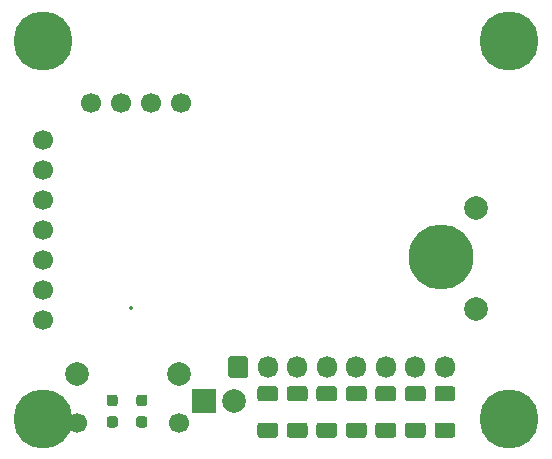
<source format=gbr>
%TF.GenerationSoftware,KiCad,Pcbnew,(5.1.9-0-10_14)*%
%TF.CreationDate,2021-05-23T10:21:30+01:00*%
%TF.ProjectId,EnvMon,456e764d-6f6e-42e6-9b69-6361645f7063,2*%
%TF.SameCoordinates,Original*%
%TF.FileFunction,Soldermask,Bot*%
%TF.FilePolarity,Negative*%
%FSLAX46Y46*%
G04 Gerber Fmt 4.6, Leading zero omitted, Abs format (unit mm)*
G04 Created by KiCad (PCBNEW (5.1.9-0-10_14)) date 2021-05-23 10:21:30*
%MOMM*%
%LPD*%
G01*
G04 APERTURE LIST*
%ADD10C,5.500000*%
%ADD11C,0.350000*%
%ADD12C,2.000000*%
%ADD13R,2.000000X2.000000*%
%ADD14C,1.700000*%
%ADD15C,5.000000*%
%ADD16O,1.700000X1.850000*%
G04 APERTURE END LIST*
%TO.C,R2*%
G36*
G01*
X98147499Y-97299999D02*
X98622499Y-97299999D01*
G75*
G02*
X98859999Y-97537499I0J-237500D01*
G01*
X98859999Y-98037499D01*
G75*
G02*
X98622499Y-98274999I-237500J0D01*
G01*
X98147499Y-98274999D01*
G75*
G02*
X97909999Y-98037499I0J237500D01*
G01*
X97909999Y-97537499D01*
G75*
G02*
X98147499Y-97299999I237500J0D01*
G01*
G37*
G36*
G01*
X98147499Y-95474999D02*
X98622499Y-95474999D01*
G75*
G02*
X98859999Y-95712499I0J-237500D01*
G01*
X98859999Y-96212499D01*
G75*
G02*
X98622499Y-96449999I-237500J0D01*
G01*
X98147499Y-96449999D01*
G75*
G02*
X97909999Y-96212499I0J237500D01*
G01*
X97909999Y-95712499D01*
G75*
G02*
X98147499Y-95474999I237500J0D01*
G01*
G37*
%TD*%
%TO.C,R1*%
G36*
G01*
X100657499Y-97299999D02*
X101132499Y-97299999D01*
G75*
G02*
X101369999Y-97537499I0J-237500D01*
G01*
X101369999Y-98037499D01*
G75*
G02*
X101132499Y-98274999I-237500J0D01*
G01*
X100657499Y-98274999D01*
G75*
G02*
X100419999Y-98037499I0J237500D01*
G01*
X100419999Y-97537499D01*
G75*
G02*
X100657499Y-97299999I237500J0D01*
G01*
G37*
G36*
G01*
X100657499Y-95474999D02*
X101132499Y-95474999D01*
G75*
G02*
X101369999Y-95712499I0J-237500D01*
G01*
X101369999Y-96212499D01*
G75*
G02*
X101132499Y-96449999I-237500J0D01*
G01*
X100657499Y-96449999D01*
G75*
G02*
X100419999Y-96212499I0J237500D01*
G01*
X100419999Y-95712499D01*
G75*
G02*
X100657499Y-95474999I237500J0D01*
G01*
G37*
%TD*%
D10*
%TO.C,Logo3*%
X126200000Y-83800000D03*
%TD*%
D11*
%TO.C,U1*%
X99975000Y-88125000D03*
%TD*%
D12*
%TO.C,J2*%
X108740000Y-96000000D03*
D13*
X106200000Y-96000000D03*
%TD*%
D12*
%TO.C,M3*%
X129200000Y-79700000D03*
X129200000Y-88200000D03*
D14*
X104220000Y-70800000D03*
X101680000Y-70800000D03*
X99140000Y-70800000D03*
X96600000Y-70800000D03*
%TD*%
D15*
%TO.C,M2*%
X92500000Y-65500000D03*
X92500000Y-97500000D03*
X132000000Y-97500000D03*
X132000000Y-65500000D03*
D14*
X92500000Y-89120000D03*
X92500000Y-86580000D03*
X92500000Y-84040000D03*
X92500000Y-81500000D03*
X92500000Y-78960000D03*
X92500000Y-76420000D03*
X92500000Y-73880000D03*
%TD*%
%TO.C,R9*%
G36*
G01*
X125925000Y-97850000D02*
X127175000Y-97850000D01*
G75*
G02*
X127425000Y-98100000I0J-250000D01*
G01*
X127425000Y-98900000D01*
G75*
G02*
X127175000Y-99150000I-250000J0D01*
G01*
X125925000Y-99150000D01*
G75*
G02*
X125675000Y-98900000I0J250000D01*
G01*
X125675000Y-98100000D01*
G75*
G02*
X125925000Y-97850000I250000J0D01*
G01*
G37*
G36*
G01*
X125925000Y-94750000D02*
X127175000Y-94750000D01*
G75*
G02*
X127425000Y-95000000I0J-250000D01*
G01*
X127425000Y-95800000D01*
G75*
G02*
X127175000Y-96050000I-250000J0D01*
G01*
X125925000Y-96050000D01*
G75*
G02*
X125675000Y-95800000I0J250000D01*
G01*
X125675000Y-95000000D01*
G75*
G02*
X125925000Y-94750000I250000J0D01*
G01*
G37*
%TD*%
%TO.C,R8*%
G36*
G01*
X123425000Y-97850000D02*
X124675000Y-97850000D01*
G75*
G02*
X124925000Y-98100000I0J-250000D01*
G01*
X124925000Y-98900000D01*
G75*
G02*
X124675000Y-99150000I-250000J0D01*
G01*
X123425000Y-99150000D01*
G75*
G02*
X123175000Y-98900000I0J250000D01*
G01*
X123175000Y-98100000D01*
G75*
G02*
X123425000Y-97850000I250000J0D01*
G01*
G37*
G36*
G01*
X123425000Y-94750000D02*
X124675000Y-94750000D01*
G75*
G02*
X124925000Y-95000000I0J-250000D01*
G01*
X124925000Y-95800000D01*
G75*
G02*
X124675000Y-96050000I-250000J0D01*
G01*
X123425000Y-96050000D01*
G75*
G02*
X123175000Y-95800000I0J250000D01*
G01*
X123175000Y-95000000D01*
G75*
G02*
X123425000Y-94750000I250000J0D01*
G01*
G37*
%TD*%
%TO.C,R7*%
G36*
G01*
X120925000Y-97850000D02*
X122175000Y-97850000D01*
G75*
G02*
X122425000Y-98100000I0J-250000D01*
G01*
X122425000Y-98900000D01*
G75*
G02*
X122175000Y-99150000I-250000J0D01*
G01*
X120925000Y-99150000D01*
G75*
G02*
X120675000Y-98900000I0J250000D01*
G01*
X120675000Y-98100000D01*
G75*
G02*
X120925000Y-97850000I250000J0D01*
G01*
G37*
G36*
G01*
X120925000Y-94750000D02*
X122175000Y-94750000D01*
G75*
G02*
X122425000Y-95000000I0J-250000D01*
G01*
X122425000Y-95800000D01*
G75*
G02*
X122175000Y-96050000I-250000J0D01*
G01*
X120925000Y-96050000D01*
G75*
G02*
X120675000Y-95800000I0J250000D01*
G01*
X120675000Y-95000000D01*
G75*
G02*
X120925000Y-94750000I250000J0D01*
G01*
G37*
%TD*%
%TO.C,R6*%
G36*
G01*
X118425000Y-97850000D02*
X119675000Y-97850000D01*
G75*
G02*
X119925000Y-98100000I0J-250000D01*
G01*
X119925000Y-98900000D01*
G75*
G02*
X119675000Y-99150000I-250000J0D01*
G01*
X118425000Y-99150000D01*
G75*
G02*
X118175000Y-98900000I0J250000D01*
G01*
X118175000Y-98100000D01*
G75*
G02*
X118425000Y-97850000I250000J0D01*
G01*
G37*
G36*
G01*
X118425000Y-94750000D02*
X119675000Y-94750000D01*
G75*
G02*
X119925000Y-95000000I0J-250000D01*
G01*
X119925000Y-95800000D01*
G75*
G02*
X119675000Y-96050000I-250000J0D01*
G01*
X118425000Y-96050000D01*
G75*
G02*
X118175000Y-95800000I0J250000D01*
G01*
X118175000Y-95000000D01*
G75*
G02*
X118425000Y-94750000I250000J0D01*
G01*
G37*
%TD*%
%TO.C,R5*%
G36*
G01*
X115925000Y-97850000D02*
X117175000Y-97850000D01*
G75*
G02*
X117425000Y-98100000I0J-250000D01*
G01*
X117425000Y-98900000D01*
G75*
G02*
X117175000Y-99150000I-250000J0D01*
G01*
X115925000Y-99150000D01*
G75*
G02*
X115675000Y-98900000I0J250000D01*
G01*
X115675000Y-98100000D01*
G75*
G02*
X115925000Y-97850000I250000J0D01*
G01*
G37*
G36*
G01*
X115925000Y-94750000D02*
X117175000Y-94750000D01*
G75*
G02*
X117425000Y-95000000I0J-250000D01*
G01*
X117425000Y-95800000D01*
G75*
G02*
X117175000Y-96050000I-250000J0D01*
G01*
X115925000Y-96050000D01*
G75*
G02*
X115675000Y-95800000I0J250000D01*
G01*
X115675000Y-95000000D01*
G75*
G02*
X115925000Y-94750000I250000J0D01*
G01*
G37*
%TD*%
%TO.C,R4*%
G36*
G01*
X113425000Y-97850000D02*
X114675000Y-97850000D01*
G75*
G02*
X114925000Y-98100000I0J-250000D01*
G01*
X114925000Y-98900000D01*
G75*
G02*
X114675000Y-99150000I-250000J0D01*
G01*
X113425000Y-99150000D01*
G75*
G02*
X113175000Y-98900000I0J250000D01*
G01*
X113175000Y-98100000D01*
G75*
G02*
X113425000Y-97850000I250000J0D01*
G01*
G37*
G36*
G01*
X113425000Y-94750000D02*
X114675000Y-94750000D01*
G75*
G02*
X114925000Y-95000000I0J-250000D01*
G01*
X114925000Y-95800000D01*
G75*
G02*
X114675000Y-96050000I-250000J0D01*
G01*
X113425000Y-96050000D01*
G75*
G02*
X113175000Y-95800000I0J250000D01*
G01*
X113175000Y-95000000D01*
G75*
G02*
X113425000Y-94750000I250000J0D01*
G01*
G37*
%TD*%
%TO.C,R3*%
G36*
G01*
X110925000Y-97850000D02*
X112175000Y-97850000D01*
G75*
G02*
X112425000Y-98100000I0J-250000D01*
G01*
X112425000Y-98900000D01*
G75*
G02*
X112175000Y-99150000I-250000J0D01*
G01*
X110925000Y-99150000D01*
G75*
G02*
X110675000Y-98900000I0J250000D01*
G01*
X110675000Y-98100000D01*
G75*
G02*
X110925000Y-97850000I250000J0D01*
G01*
G37*
G36*
G01*
X110925000Y-94750000D02*
X112175000Y-94750000D01*
G75*
G02*
X112425000Y-95000000I0J-250000D01*
G01*
X112425000Y-95800000D01*
G75*
G02*
X112175000Y-96050000I-250000J0D01*
G01*
X110925000Y-96050000D01*
G75*
G02*
X110675000Y-95800000I0J250000D01*
G01*
X110675000Y-95000000D01*
G75*
G02*
X110925000Y-94750000I250000J0D01*
G01*
G37*
%TD*%
D16*
%TO.C,J3*%
X126550000Y-93150000D03*
X124050000Y-93150000D03*
X121550000Y-93150000D03*
X119050000Y-93150000D03*
X116550000Y-93150000D03*
X114050000Y-93150000D03*
X111550000Y-93150000D03*
G36*
G01*
X108200000Y-93825000D02*
X108200000Y-92475000D01*
G75*
G02*
X108450000Y-92225000I250000J0D01*
G01*
X109650000Y-92225000D01*
G75*
G02*
X109900000Y-92475000I0J-250000D01*
G01*
X109900000Y-93825000D01*
G75*
G02*
X109650000Y-94075000I-250000J0D01*
G01*
X108450000Y-94075000D01*
G75*
G02*
X108200000Y-93825000I0J250000D01*
G01*
G37*
%TD*%
D14*
%TO.C,J1*%
X104075000Y-97905000D03*
X95425000Y-97905000D03*
D12*
X104075000Y-93725000D03*
X95425000Y-93725000D03*
%TD*%
M02*

</source>
